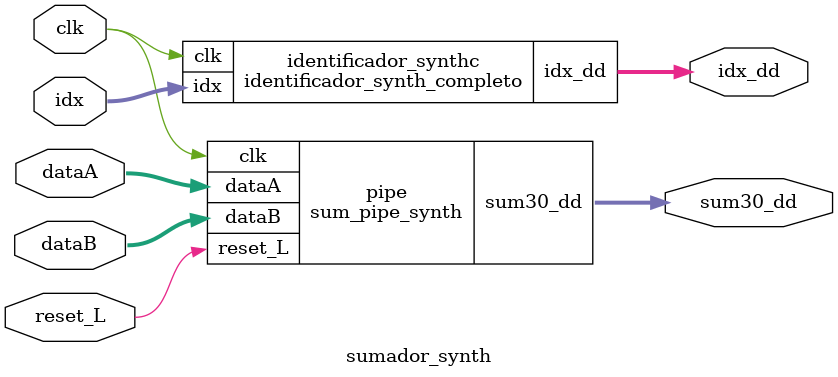
<source format=v>
/* Generated by Yosys 0.9 (git sha1 1979e0b) */

(* cells_not_processed =  1  *)
(* src = "etapa1_synth.v:1" *)
module etapa1_synth(dataA, dataB, clk, reset_L, sum10, dataA_d, dataB_d, acarreo, reset_L_d);
  (* src = "etapa1_synth.v:14" *)
  wire _00_;
  (* src = "etapa1_synth.v:14" *)
  wire [1:0] _01_;
  (* src = "etapa1_synth.v:14" *)
  wire [2:0] _02_;
  wire _03_;
  wire _04_;
  wire _05_;
  wire _06_;
  wire _07_;
  wire _08_;
  wire _09_;
  wire _10_;
  wire _11_;
  wire _12_;
  wire _13_;
  wire _14_;
  wire _15_;
  wire _16_;
  wire _17_;
  wire _18_;
  wire _19_;
  wire _20_;
  (* src = "etapa1_synth.v:9" *)
  output acarreo;
  (* src = "etapa1_synth.v:4" *)
  input clk;
  (* src = "etapa1_synth.v:2" *)
  input [3:0] dataA;
  (* src = "etapa1_synth.v:7" *)
  output [3:0] dataA_d;
  (* src = "etapa1_synth.v:3" *)
  input [3:0] dataB;
  (* src = "etapa1_synth.v:8" *)
  output [3:0] dataB_d;
  (* src = "etapa1_synth.v:5" *)
  input reset_L;
  (* src = "etapa1_synth.v:10" *)
  output reset_L_d;
  (* src = "etapa1_synth.v:6" *)
  output [1:0] sum10;
  (* src = "etapa1_synth.v:12" *)
  wire [2:0] sumatotal;
  NOT _21_ (
    .A(reset_L),
    .Y(_03_)
  );
  NAND _22_ (
    .A(dataA[0]),
    .B(dataB[0]),
    .Y(_04_)
  );
  NOT _23_ (
    .A(_04_),
    .Y(_05_)
  );
  NOR _24_ (
    .A(dataA[0]),
    .B(dataB[0]),
    .Y(_06_)
  );
  NOT _25_ (
    .A(_06_),
    .Y(_07_)
  );
  NAND _26_ (
    .A(reset_L),
    .B(_07_),
    .Y(_08_)
  );
  NOR _27_ (
    .A(_05_),
    .B(_08_),
    .Y(_02_[0])
  );
  NAND _28_ (
    .A(dataA[1]),
    .B(dataB[1]),
    .Y(_09_)
  );
  NOT _29_ (
    .A(_09_),
    .Y(_10_)
  );
  NOR _30_ (
    .A(dataA[1]),
    .B(dataB[1]),
    .Y(_11_)
  );
  NOT _31_ (
    .A(_11_),
    .Y(_12_)
  );
  NAND _32_ (
    .A(_09_),
    .B(_12_),
    .Y(_13_)
  );
  NOR _33_ (
    .A(_04_),
    .B(_13_),
    .Y(_14_)
  );
  NAND _34_ (
    .A(_04_),
    .B(_13_),
    .Y(_15_)
  );
  NAND _35_ (
    .A(reset_L),
    .B(_15_),
    .Y(_16_)
  );
  NOR _36_ (
    .A(_14_),
    .B(_16_),
    .Y(_02_[1])
  );
  NOR _37_ (
    .A(_10_),
    .B(_14_),
    .Y(_17_)
  );
  NOR _38_ (
    .A(_03_),
    .B(_17_),
    .Y(_02_[2])
  );
  NAND _39_ (
    .A(reset_L),
    .B(sumatotal[0]),
    .Y(_18_)
  );
  NOT _40_ (
    .A(_18_),
    .Y(_01_[0])
  );
  NAND _41_ (
    .A(reset_L),
    .B(sumatotal[1]),
    .Y(_19_)
  );
  NOT _42_ (
    .A(_19_),
    .Y(_01_[1])
  );
  NAND _43_ (
    .A(reset_L),
    .B(sumatotal[2]),
    .Y(_20_)
  );
  NOT _44_ (
    .A(_20_),
    .Y(_00_)
  );
  (* src = "etapa1_synth.v:14" *)
  DFF _45_ (
    .C(clk),
    .D(dataB[0]),
    .Q(dataB_d[0])
  );
  (* src = "etapa1_synth.v:14" *)
  DFF _46_ (
    .C(clk),
    .D(dataB[1]),
    .Q(dataB_d[1])
  );
  (* src = "etapa1_synth.v:14" *)
  DFF _47_ (
    .C(clk),
    .D(dataB[2]),
    .Q(dataB_d[2])
  );
  (* src = "etapa1_synth.v:14" *)
  DFF _48_ (
    .C(clk),
    .D(dataB[3]),
    .Q(dataB_d[3])
  );
  (* src = "etapa1_synth.v:14" *)
  DFF _49_ (
    .C(clk),
    .D(_00_),
    .Q(acarreo)
  );
  (* src = "etapa1_synth.v:14" *)
  DFF _50_ (
    .C(clk),
    .D(reset_L),
    .Q(reset_L_d)
  );
  (* src = "etapa1_synth.v:14" *)
  DFF _51_ (
    .C(clk),
    .D(_01_[0]),
    .Q(sum10[0])
  );
  (* src = "etapa1_synth.v:14" *)
  DFF _52_ (
    .C(clk),
    .D(_01_[1]),
    .Q(sum10[1])
  );
  (* src = "etapa1_synth.v:14" *)
  DFF _53_ (
    .C(clk),
    .D(dataA[0]),
    .Q(dataA_d[0])
  );
  (* src = "etapa1_synth.v:14" *)
  DFF _54_ (
    .C(clk),
    .D(dataA[1]),
    .Q(dataA_d[1])
  );
  (* src = "etapa1_synth.v:14" *)
  DFF _55_ (
    .C(clk),
    .D(dataA[2]),
    .Q(dataA_d[2])
  );
  (* src = "etapa1_synth.v:14" *)
  DFF _56_ (
    .C(clk),
    .D(dataA[3]),
    .Q(dataA_d[3])
  );
  (* src = "etapa1_synth.v:14" *)
  DFF _57_ (
    .C(clk),
    .D(_02_[0]),
    .Q(sumatotal[0])
  );
  (* src = "etapa1_synth.v:14" *)
  DFF _58_ (
    .C(clk),
    .D(_02_[1]),
    .Q(sumatotal[1])
  );
  (* src = "etapa1_synth.v:14" *)
  DFF _59_ (
    .C(clk),
    .D(_02_[2]),
    .Q(sumatotal[2])
  );
endmodule

(* cells_not_processed =  1  *)
(* src = "etapa2_synth.v:1" *)
module etapa2_synth(dataA_d, dataB_d, clk, reset_L, sum10_d, acarreo_d, sum30_dd);
  (* src = "etapa2_synth.v:12" *)
  wire [3:0] _00_;
  (* src = "etapa2_synth.v:12" *)
  wire [1:0] _01_;
  wire _02_;
  wire _03_;
  wire _04_;
  wire _05_;
  wire _06_;
  wire _07_;
  wire _08_;
  wire _09_;
  wire _10_;
  wire _11_;
  wire _12_;
  wire _13_;
  wire _14_;
  wire _15_;
  wire _16_;
  wire _17_;
  wire _18_;
  wire _19_;
  wire _20_;
  wire _21_;
  wire _22_;
  wire _23_;
  wire _24_;
  wire _25_;
  wire _26_;
  wire _27_;
  wire _28_;
  (* src = "etapa2_synth.v:7" *)
  input acarreo_d;
  (* src = "etapa2_synth.v:4" *)
  input clk;
  (* src = "etapa2_synth.v:2" *)
  input [3:0] dataA_d;
  (* src = "etapa2_synth.v:3" *)
  input [3:0] dataB_d;
  (* src = "etapa2_synth.v:5" *)
  input reset_L;
  (* src = "etapa2_synth.v:6" *)
  input [1:0] sum10_d;
  (* src = "etapa2_synth.v:8" *)
  output [3:0] sum30_dd;
  (* src = "etapa2_synth.v:10" *)
  wire [1:0] sumatotal;
  NOT _29_ (
    .A(reset_L),
    .Y(_02_)
  );
  NOT _30_ (
    .A(dataA_d[3]),
    .Y(_03_)
  );
  NOT _31_ (
    .A(dataB_d[3]),
    .Y(_04_)
  );
  NOT _32_ (
    .A(acarreo_d),
    .Y(_05_)
  );
  NAND _33_ (
    .A(sumatotal[1]),
    .B(reset_L),
    .Y(_06_)
  );
  NAND _34_ (
    .A(sum30_dd[3]),
    .B(_02_),
    .Y(_07_)
  );
  NAND _35_ (
    .A(_06_),
    .B(_07_),
    .Y(_00_[3])
  );
  NAND _36_ (
    .A(reset_L),
    .B(sum10_d[0]),
    .Y(_08_)
  );
  NAND _37_ (
    .A(_02_),
    .B(sum30_dd[0]),
    .Y(_09_)
  );
  NAND _38_ (
    .A(_08_),
    .B(_09_),
    .Y(_00_[0])
  );
  NAND _39_ (
    .A(reset_L),
    .B(sum10_d[1]),
    .Y(_10_)
  );
  NAND _40_ (
    .A(_02_),
    .B(sum30_dd[1]),
    .Y(_11_)
  );
  NAND _41_ (
    .A(_10_),
    .B(_11_),
    .Y(_00_[1])
  );
  NAND _42_ (
    .A(dataA_d[2]),
    .B(dataB_d[2]),
    .Y(_12_)
  );
  NOT _43_ (
    .A(_12_),
    .Y(_13_)
  );
  NOR _44_ (
    .A(dataA_d[2]),
    .B(dataB_d[2]),
    .Y(_14_)
  );
  NOT _45_ (
    .A(_14_),
    .Y(_15_)
  );
  NAND _46_ (
    .A(_12_),
    .B(_15_),
    .Y(_16_)
  );
  NOR _47_ (
    .A(_05_),
    .B(_16_),
    .Y(_17_)
  );
  NAND _48_ (
    .A(_05_),
    .B(_16_),
    .Y(_18_)
  );
  NAND _49_ (
    .A(reset_L),
    .B(_18_),
    .Y(_19_)
  );
  NOR _50_ (
    .A(_17_),
    .B(_19_),
    .Y(_01_[0])
  );
  NOR _51_ (
    .A(_13_),
    .B(_17_),
    .Y(_20_)
  );
  NOR _52_ (
    .A(_03_),
    .B(dataB_d[3]),
    .Y(_21_)
  );
  NOR _53_ (
    .A(dataA_d[3]),
    .B(_04_),
    .Y(_22_)
  );
  NOR _54_ (
    .A(_21_),
    .B(_22_),
    .Y(_23_)
  );
  NAND _55_ (
    .A(_20_),
    .B(_23_),
    .Y(_24_)
  );
  NOR _56_ (
    .A(_20_),
    .B(_23_),
    .Y(_25_)
  );
  NAND _57_ (
    .A(reset_L),
    .B(_24_),
    .Y(_26_)
  );
  NOR _58_ (
    .A(_25_),
    .B(_26_),
    .Y(_01_[1])
  );
  NAND _59_ (
    .A(reset_L),
    .B(sumatotal[0]),
    .Y(_27_)
  );
  NAND _60_ (
    .A(_02_),
    .B(sum30_dd[2]),
    .Y(_28_)
  );
  NAND _61_ (
    .A(_27_),
    .B(_28_),
    .Y(_00_[2])
  );
  (* src = "etapa2_synth.v:12" *)
  DFF _62_ (
    .C(clk),
    .D(_01_[0]),
    .Q(sumatotal[0])
  );
  (* src = "etapa2_synth.v:12" *)
  DFF _63_ (
    .C(clk),
    .D(_01_[1]),
    .Q(sumatotal[1])
  );
  (* src = "etapa2_synth.v:12" *)
  DFF _64_ (
    .C(clk),
    .D(_00_[0]),
    .Q(sum30_dd[0])
  );
  (* src = "etapa2_synth.v:12" *)
  DFF _65_ (
    .C(clk),
    .D(_00_[1]),
    .Q(sum30_dd[1])
  );
  (* src = "etapa2_synth.v:12" *)
  DFF _66_ (
    .C(clk),
    .D(_00_[2]),
    .Q(sum30_dd[2])
  );
  (* src = "etapa2_synth.v:12" *)
  DFF _67_ (
    .C(clk),
    .D(_00_[3]),
    .Q(sum30_dd[3])
  );
endmodule

(* cells_not_processed =  1  *)
(* src = "etapatransicion_synth.v:1" *)
module etapatransicion_synth(dataA_d, dataB_d, sum10, clk, reset_L_d, dataA_dd, dataB_dd, sum10_d, reset_L_dd);
  (* src = "etapatransicion_synth.v:5" *)
  input clk;
  (* src = "etapatransicion_synth.v:2" *)
  input [3:0] dataA_d;
  (* src = "etapatransicion_synth.v:7" *)
  output [3:0] dataA_dd;
  (* src = "etapatransicion_synth.v:3" *)
  input [3:0] dataB_d;
  (* src = "etapatransicion_synth.v:8" *)
  output [3:0] dataB_dd;
  (* src = "etapatransicion_synth.v:6" *)
  input reset_L_d;
  (* src = "etapatransicion_synth.v:10" *)
  output [1:0] reset_L_dd;
  (* src = "etapatransicion_synth.v:4" *)
  input [1:0] sum10;
  (* src = "etapatransicion_synth.v:9" *)
  output [1:0] sum10_d;
  (* src = "etapatransicion_synth.v:12" *)
  DFF _00_ (
    .C(clk),
    .D(reset_L_d),
    .Q(reset_L_dd[0])
  );
  (* src = "etapatransicion_synth.v:12" *)
  DFF _01_ (
    .C(clk),
    .D(sum10[0]),
    .Q(sum10_d[0])
  );
  (* src = "etapatransicion_synth.v:12" *)
  DFF _02_ (
    .C(clk),
    .D(sum10[1]),
    .Q(sum10_d[1])
  );
  (* src = "etapatransicion_synth.v:12" *)
  DFF _03_ (
    .C(clk),
    .D(dataA_d[0]),
    .Q(dataA_dd[0])
  );
  (* src = "etapatransicion_synth.v:12" *)
  DFF _04_ (
    .C(clk),
    .D(dataA_d[1]),
    .Q(dataA_dd[1])
  );
  (* src = "etapatransicion_synth.v:12" *)
  DFF _05_ (
    .C(clk),
    .D(dataA_d[2]),
    .Q(dataA_dd[2])
  );
  (* src = "etapatransicion_synth.v:12" *)
  DFF _06_ (
    .C(clk),
    .D(dataA_d[3]),
    .Q(dataA_dd[3])
  );
  (* src = "etapatransicion_synth.v:12" *)
  DFF _07_ (
    .C(clk),
    .D(dataB_d[0]),
    .Q(dataB_dd[0])
  );
  (* src = "etapatransicion_synth.v:12" *)
  DFF _08_ (
    .C(clk),
    .D(dataB_d[1]),
    .Q(dataB_dd[1])
  );
  (* src = "etapatransicion_synth.v:12" *)
  DFF _09_ (
    .C(clk),
    .D(dataB_d[2]),
    .Q(dataB_dd[2])
  );
  (* src = "etapatransicion_synth.v:12" *)
  DFF _10_ (
    .C(clk),
    .D(dataB_d[3]),
    .Q(dataB_dd[3])
  );
  assign reset_L_dd[1] = 1'h0;
endmodule

(* cells_not_processed =  1  *)
(* src = "identificador_synth.v:1" *)
module identificador_synth(clk, idx, idx_d);
  (* src = "identificador_synth.v:2" *)
  input clk;
  (* src = "identificador_synth.v:3" *)
  input [3:0] idx;
  (* src = "identificador_synth.v:4" *)
  output [3:0] idx_d;
  (* src = "identificador_synth.v:6" *)
  DFF _0_ (
    .C(clk),
    .D(idx[0]),
    .Q(idx_d[0])
  );
  (* src = "identificador_synth.v:6" *)
  DFF _1_ (
    .C(clk),
    .D(idx[1]),
    .Q(idx_d[1])
  );
  (* src = "identificador_synth.v:6" *)
  DFF _2_ (
    .C(clk),
    .D(idx[2]),
    .Q(idx_d[2])
  );
  (* src = "identificador_synth.v:6" *)
  DFF _3_ (
    .C(clk),
    .D(idx[3]),
    .Q(idx_d[3])
  );
endmodule

(* cells_not_processed =  1  *)
(* src = "identificador_synth2.v:1" *)
module identificador_synth2(clk, idx_transicion2, idx_dd);
  (* src = "identificador_synth2.v:2" *)
  input clk;
  (* src = "identificador_synth2.v:4" *)
  output [3:0] idx_dd;
  (* src = "identificador_synth2.v:3" *)
  input [3:0] idx_transicion2;
  (* src = "identificador_synth2.v:6" *)
  DFF _0_ (
    .C(clk),
    .D(idx_transicion2[0]),
    .Q(idx_dd[0])
  );
  (* src = "identificador_synth2.v:6" *)
  DFF _1_ (
    .C(clk),
    .D(idx_transicion2[1]),
    .Q(idx_dd[1])
  );
  (* src = "identificador_synth2.v:6" *)
  DFF _2_ (
    .C(clk),
    .D(idx_transicion2[2]),
    .Q(idx_dd[2])
  );
  (* src = "identificador_synth2.v:6" *)
  DFF _3_ (
    .C(clk),
    .D(idx_transicion2[3]),
    .Q(idx_dd[3])
  );
endmodule

(* cells_not_processed =  1  *)
(* src = "identificador_synth_completo.v:6" *)
module identificador_synth_completo(clk, idx, idx_dd);
  (* src = "identificador_synth_completo.v:7" *)
  input clk;
  (* src = "identificador_synth_completo.v:8" *)
  input [3:0] idx;
  (* src = "identificador_synth_completo.v:11" *)
  wire [3:0] idx_d;
  (* src = "identificador_synth_completo.v:9" *)
  output [3:0] idx_dd;
  (* src = "identificador_synth_completo.v:12" *)
  wire [3:0] idx_transicion;
  (* src = "identificador_synth_completo.v:13" *)
  wire [3:0] idx_transicion2;
  (* module_not_derived = 32'd1 *)
  (* src = "identificador_synth_completo.v:15" *)
  identificador_synth i1 (
    .clk(clk),
    .idx(idx),
    .idx_d(idx_d)
  );
  (* module_not_derived = 32'd1 *)
  (* src = "identificador_synth_completo.v:35" *)
  identificador_synth2 i2 (
    .clk(clk),
    .idx_dd(idx_dd),
    .idx_transicion2(idx_transicion2)
  );
  (* module_not_derived = 32'd1 *)
  (* src = "identificador_synth_completo.v:22" *)
  identificador_synthtransicion it (
    .clk(clk),
    .idx_d(idx_d),
    .idx_transicion(idx_transicion)
  );
  (* module_not_derived = 32'd1 *)
  (* src = "identificador_synth_completo.v:28" *)
  identificador_synthtransicion2 it2 (
    .clk(clk),
    .idx_transicion(idx_transicion),
    .idx_transicion2(idx_transicion2)
  );
endmodule

(* cells_not_processed =  1  *)
(* src = "identificador_synthtransicion.v:1" *)
module identificador_synthtransicion(clk, idx_d, idx_transicion);
  (* src = "identificador_synthtransicion.v:2" *)
  input clk;
  (* src = "identificador_synthtransicion.v:3" *)
  input [3:0] idx_d;
  (* src = "identificador_synthtransicion.v:4" *)
  output [3:0] idx_transicion;
  (* src = "identificador_synthtransicion.v:6" *)
  DFF _0_ (
    .C(clk),
    .D(idx_d[0]),
    .Q(idx_transicion[0])
  );
  (* src = "identificador_synthtransicion.v:6" *)
  DFF _1_ (
    .C(clk),
    .D(idx_d[1]),
    .Q(idx_transicion[1])
  );
  (* src = "identificador_synthtransicion.v:6" *)
  DFF _2_ (
    .C(clk),
    .D(idx_d[2]),
    .Q(idx_transicion[2])
  );
  (* src = "identificador_synthtransicion.v:6" *)
  DFF _3_ (
    .C(clk),
    .D(idx_d[3]),
    .Q(idx_transicion[3])
  );
endmodule

(* cells_not_processed =  1  *)
(* src = "identificador_synthtransicion2.v:1" *)
module identificador_synthtransicion2(clk, idx_transicion, idx_transicion2);
  (* src = "identificador_synthtransicion2.v:2" *)
  input clk;
  (* src = "identificador_synthtransicion2.v:3" *)
  input [3:0] idx_transicion;
  (* src = "identificador_synthtransicion2.v:4" *)
  output [3:0] idx_transicion2;
  (* src = "identificador_synthtransicion2.v:6" *)
  DFF _0_ (
    .C(clk),
    .D(idx_transicion[0]),
    .Q(idx_transicion2[0])
  );
  (* src = "identificador_synthtransicion2.v:6" *)
  DFF _1_ (
    .C(clk),
    .D(idx_transicion[1]),
    .Q(idx_transicion2[1])
  );
  (* src = "identificador_synthtransicion2.v:6" *)
  DFF _2_ (
    .C(clk),
    .D(idx_transicion[2]),
    .Q(idx_transicion2[2])
  );
  (* src = "identificador_synthtransicion2.v:6" *)
  DFF _3_ (
    .C(clk),
    .D(idx_transicion[3]),
    .Q(idx_transicion2[3])
  );
endmodule

(* cells_not_processed =  1  *)
(* src = "sum_pipe_synth.v:4" *)
module sum_pipe_synth(dataA, dataB, clk, reset_L, sum30_dd);
  (* src = "sum_pipe_synth.v:14" *)
  wire acarreo;
  (* src = "sum_pipe_synth.v:7" *)
  input clk;
  (* src = "sum_pipe_synth.v:5" *)
  input [3:0] dataA;
  (* src = "sum_pipe_synth.v:16" *)
  wire [3:0] dataA_d;
  (* src = "sum_pipe_synth.v:18" *)
  wire [3:0] dataA_dd;
  (* src = "sum_pipe_synth.v:6" *)
  input [3:0] dataB;
  (* src = "sum_pipe_synth.v:17" *)
  wire [3:0] dataB_d;
  (* src = "sum_pipe_synth.v:19" *)
  wire [3:0] dataB_dd;
  (* src = "sum_pipe_synth.v:8" *)
  input reset_L;
  (* src = "sum_pipe_synth.v:15" *)
  wire reset_L_d;
  (* src = "sum_pipe_synth.v:38" *)
  wire reset_L_dd;
  (* src = "sum_pipe_synth.v:12" *)
  wire [1:0] sum10;
  (* src = "sum_pipe_synth.v:13" *)
  wire [1:0] sum10_d;
  (* src = "sum_pipe_synth.v:9" *)
  output [3:0] sum30_dd;
  (* module_not_derived = 32'd1 *)
  (* src = "sum_pipe_synth.v:21" *)
  etapa1_synth e1 (
    .acarreo(acarreo),
    .clk(clk),
    .dataA(dataA),
    .dataA_d(dataA_d),
    .dataB(dataB),
    .dataB_d(dataB_d),
    .reset_L(reset_L),
    .reset_L_d(reset_L_d),
    .sum10(sum10)
  );
  (* module_not_derived = 32'd1 *)
  (* src = "sum_pipe_synth.v:46" *)
  etapa2_synth e2 (
    .acarreo_d(acarreo),
    .clk(clk),
    .dataA_d(dataA_dd),
    .dataB_d(dataB_dd),
    .reset_L(reset_L_dd),
    .sum10_d(sum10_d),
    .sum30_dd(sum30_dd)
  );
  (* module_not_derived = 32'd1 *)
  (* src = "sum_pipe_synth.v:33" *)
  etapatransicion_synth et (
    .clk(clk),
    .dataA_d(dataA_d),
    .dataA_dd(dataA_dd),
    .dataB_d(dataB_d),
    .dataB_dd(dataB_dd),
    .reset_L_d(reset_L_d),
    .reset_L_dd(reset_L_dd),
    .sum10(sum10),
    .sum10_d(sum10_d)
  );
endmodule

(* cells_not_processed =  1  *)
(* src = "sumador_synth.v:3" *)
module sumador_synth(dataA, dataB, clk, reset_L, idx, sum30_dd, idx_dd);
  (* src = "sumador_synth.v:6" *)
  input clk;
  (* src = "sumador_synth.v:4" *)
  input [3:0] dataA;
  (* src = "sumador_synth.v:5" *)
  input [3:0] dataB;
  (* src = "sumador_synth.v:8" *)
  input [3:0] idx;
  (* src = "sumador_synth.v:10" *)
  output [3:0] idx_dd;
  (* src = "sumador_synth.v:7" *)
  input reset_L;
  (* src = "sumador_synth.v:9" *)
  output [3:0] sum30_dd;
  (* module_not_derived = 32'd1 *)
  (* src = "sumador_synth.v:22" *)
  identificador_synth_completo identificador_synthc (
    .clk(clk),
    .idx(idx),
    .idx_dd(idx_dd)
  );
  (* module_not_derived = 32'd1 *)
  (* src = "sumador_synth.v:13" *)
  sum_pipe_synth pipe (
    .clk(clk),
    .dataA(dataA),
    .dataB(dataB),
    .reset_L(reset_L),
    .sum30_dd(sum30_dd)
  );
endmodule

</source>
